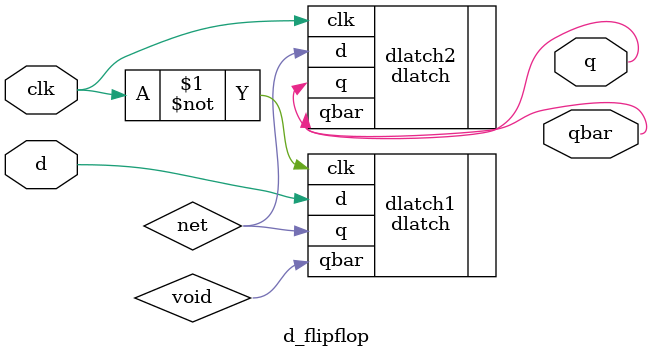
<source format=v>
`timescale 1ns / 1ps


module d_flipflop(
    input d, clk,
    output q, qbar
    );
    
    wire net, void;
    
    dlatch dlatch1(.clk(~clk), .d(d), .q(net), .qbar(void));
    dlatch dlatch2(.clk(clk), .d(net), .q(q), .qbar(qbar));

endmodule

</source>
